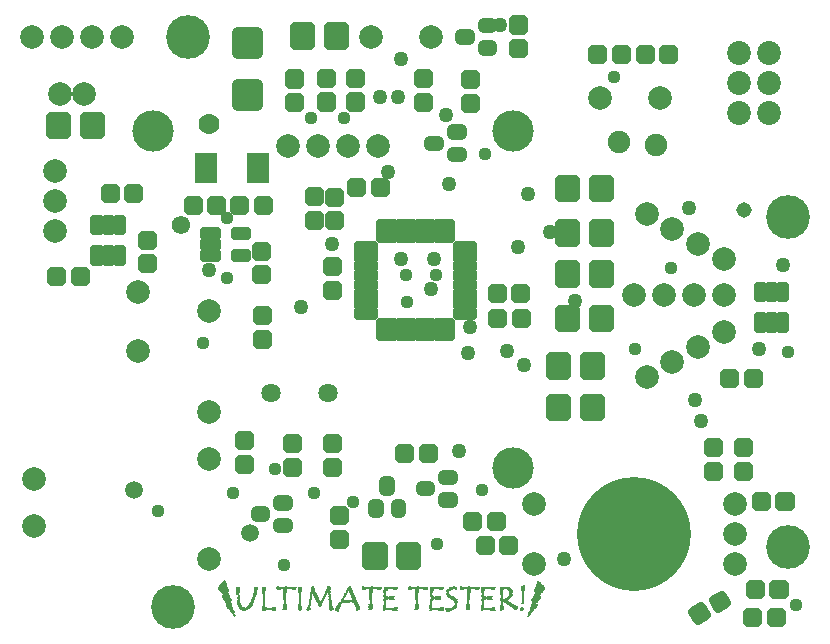
<source format=gbr>
G04 EAGLE Gerber RS-274X export*
G75*
%MOMM*%
%FSLAX34Y34*%
%LPD*%
%INSoldermask Top*%
%IPPOS*%
%AMOC8*
5,1,8,0,0,1.08239X$1,22.5*%
G01*
%ADD10C,3.700000*%
%ADD11R,0.076200X0.025400*%
%ADD12R,0.127000X0.025400*%
%ADD13R,0.152400X0.025400*%
%ADD14R,0.177800X0.025400*%
%ADD15R,0.203200X0.025400*%
%ADD16R,0.228600X0.025400*%
%ADD17R,0.254000X0.025400*%
%ADD18R,0.279400X0.025400*%
%ADD19R,0.304800X0.025400*%
%ADD20R,0.330200X0.025400*%
%ADD21R,0.355600X0.025400*%
%ADD22R,0.101600X0.025400*%
%ADD23R,0.508000X0.025400*%
%ADD24R,0.457200X0.025400*%
%ADD25R,0.584200X0.025400*%
%ADD26R,0.533400X0.025400*%
%ADD27R,1.168400X0.025400*%
%ADD28R,1.193800X0.025400*%
%ADD29R,0.635000X0.025400*%
%ADD30R,0.381000X0.025400*%
%ADD31R,0.609600X0.025400*%
%ADD32R,0.685800X0.025400*%
%ADD33R,0.736600X0.025400*%
%ADD34R,0.406400X0.025400*%
%ADD35R,0.762000X0.025400*%
%ADD36R,0.787400X0.025400*%
%ADD37R,0.482600X0.025400*%
%ADD38R,0.838200X0.025400*%
%ADD39R,1.143000X0.025400*%
%ADD40R,0.431800X0.025400*%
%ADD41R,0.812800X0.025400*%
%ADD42R,1.422400X0.025400*%
%ADD43R,1.371600X0.025400*%
%ADD44R,0.558800X0.025400*%
%ADD45R,1.346200X0.025400*%
%ADD46R,0.660400X0.025400*%
%ADD47R,0.914400X0.025400*%
%ADD48R,0.711200X0.025400*%
%ADD49R,1.676400X0.025400*%
%ADD50R,0.889000X0.025400*%
%ADD51R,0.863600X0.025400*%
%ADD52R,1.651000X0.025400*%
%ADD53C,1.638000*%
%ADD54C,0.832000*%
%ADD55C,0.819000*%
%ADD56C,2.024000*%
%ADD57C,2.008000*%
%ADD58C,0.910000*%
%ADD59C,3.500000*%
%ADD60C,1.500000*%
%ADD61C,1.025700*%
%ADD62C,0.640500*%
%ADD63C,0.649000*%
%ADD64C,1.908000*%
%ADD65R,1.900000X2.600000*%
%ADD66C,9.644000*%
%ADD67C,1.775000*%
%ADD68C,1.256400*%
%ADD69C,1.109600*%
%ADD70C,1.506400*%
%ADD71C,1.306400*%
%ADD72C,1.556400*%


D10*
X139700Y25400D03*
X660400Y76200D03*
X660400Y355600D03*
X152400Y508000D03*
D11*
X440182Y16764D03*
X191516Y17018D03*
D12*
X440182Y17018D03*
X191516Y17272D03*
D13*
X440309Y17272D03*
X191389Y17526D03*
D14*
X440436Y17526D03*
X191262Y17780D03*
D13*
X440563Y17780D03*
X191135Y18034D03*
D14*
X440690Y18034D03*
X191008Y18288D03*
D15*
X440817Y18288D03*
X190881Y18542D03*
X441071Y18542D03*
X190627Y18796D03*
D16*
X441198Y18796D03*
X190500Y19050D03*
X441198Y19050D03*
X190500Y19304D03*
X441452Y19304D03*
X190246Y19558D03*
D17*
X441579Y19558D03*
X190119Y19812D03*
X441833Y19812D03*
X189865Y20066D03*
D18*
X441960Y20066D03*
X189738Y20320D03*
X441960Y20320D03*
X189738Y20574D03*
X442214Y20574D03*
X189484Y20828D03*
D19*
X442341Y20828D03*
X189357Y21082D03*
D20*
X442468Y21082D03*
X189230Y21336D03*
D12*
X278892Y21336D03*
D18*
X372110Y21336D03*
D20*
X442722Y21336D03*
X188976Y21590D03*
D17*
X278511Y21590D03*
D21*
X372237Y21590D03*
D12*
X434848Y21590D03*
D21*
X442849Y21590D03*
X188849Y21844D03*
D22*
X215265Y21844D03*
X217043Y21844D03*
D14*
X225298Y21844D03*
D20*
X278130Y21844D03*
D12*
X318008Y21844D03*
D20*
X327406Y21844D03*
D12*
X357124Y21844D03*
D20*
X366522Y21844D03*
D23*
X372745Y21844D03*
D12*
X400812Y21844D03*
D20*
X410210Y21844D03*
D16*
X434848Y21844D03*
D21*
X442849Y21844D03*
X188849Y22098D03*
D19*
X199009Y22098D03*
X216281Y22098D03*
D18*
X225044Y22098D03*
D13*
X247015Y22098D03*
X253873Y22098D03*
X272923Y22098D03*
D21*
X278257Y22098D03*
D12*
X295148Y22098D03*
D14*
X318262Y22098D03*
D24*
X327025Y22098D03*
D14*
X357378Y22098D03*
D24*
X366141Y22098D03*
D25*
X373126Y22098D03*
D14*
X401066Y22098D03*
D24*
X409829Y22098D03*
D14*
X417068Y22098D03*
D17*
X434721Y22098D03*
D21*
X443103Y22098D03*
X188595Y22352D03*
D26*
X199644Y22352D03*
D27*
X220599Y22352D03*
D22*
X232791Y22352D03*
X234061Y22352D03*
D19*
X246761Y22352D03*
D16*
X254000Y22352D03*
X273304Y22352D03*
D21*
X278257Y22352D03*
D15*
X295529Y22352D03*
D22*
X305181Y22352D03*
X306451Y22352D03*
D28*
X323342Y22352D03*
D22*
X344297Y22352D03*
X345567Y22352D03*
D28*
X362458Y22352D03*
D29*
X373380Y22352D03*
D22*
X387985Y22352D03*
X389255Y22352D03*
D28*
X406146Y22352D03*
D17*
X417449Y22352D03*
D13*
X429387Y22352D03*
D18*
X434848Y22352D03*
D30*
X443230Y22352D03*
X188468Y22606D03*
D31*
X199517Y22606D03*
D27*
X220599Y22606D03*
D18*
X233680Y22606D03*
D20*
X246634Y22606D03*
D18*
X254000Y22606D03*
D17*
X273431Y22606D03*
D30*
X278384Y22606D03*
D18*
X295910Y22606D03*
X306070Y22606D03*
D28*
X323342Y22606D03*
D18*
X345186Y22606D03*
D28*
X362458Y22606D03*
D32*
X373634Y22606D03*
D18*
X388874Y22606D03*
D28*
X406146Y22606D03*
D19*
X417449Y22606D03*
D15*
X429387Y22606D03*
D18*
X434848Y22606D03*
D30*
X443484Y22606D03*
X188214Y22860D03*
D32*
X199644Y22860D03*
D27*
X220599Y22860D03*
D20*
X233934Y22860D03*
X246634Y22860D03*
D19*
X254127Y22860D03*
X273685Y22860D03*
D30*
X278384Y22860D03*
D19*
X296037Y22860D03*
D20*
X306324Y22860D03*
D28*
X323342Y22860D03*
D20*
X345440Y22860D03*
D28*
X362458Y22860D03*
D33*
X373888Y22860D03*
D20*
X389128Y22860D03*
D28*
X406146Y22860D03*
D19*
X417449Y22860D03*
D16*
X429260Y22860D03*
D19*
X434975Y22860D03*
D34*
X443611Y22860D03*
X188087Y23114D03*
D33*
X199644Y23114D03*
D27*
X220599Y23114D03*
D20*
X234188Y23114D03*
X246634Y23114D03*
D19*
X254127Y23114D03*
X273685Y23114D03*
D21*
X278511Y23114D03*
D19*
X296037Y23114D03*
D20*
X306578Y23114D03*
D28*
X323342Y23114D03*
D20*
X345694Y23114D03*
D28*
X362458Y23114D03*
D35*
X374015Y23114D03*
D20*
X389382Y23114D03*
D28*
X406146Y23114D03*
D19*
X417449Y23114D03*
D17*
X429387Y23114D03*
D19*
X434975Y23114D03*
D34*
X443611Y23114D03*
X188087Y23368D03*
D36*
X199644Y23368D03*
D27*
X220599Y23368D03*
D20*
X234188Y23368D03*
X246634Y23368D03*
D18*
X254254Y23368D03*
D20*
X273558Y23368D03*
X278638Y23368D03*
D19*
X296037Y23368D03*
D20*
X306578Y23368D03*
D27*
X323469Y23368D03*
D20*
X345694Y23368D03*
D27*
X362585Y23368D03*
D15*
X371221Y23368D03*
D37*
X375920Y23368D03*
D20*
X389382Y23368D03*
D27*
X406273Y23368D03*
D19*
X417449Y23368D03*
X429387Y23368D03*
X434975Y23368D03*
D34*
X443865Y23368D03*
X187833Y23622D03*
D38*
X199644Y23622D03*
D39*
X220726Y23622D03*
D20*
X234188Y23622D03*
X246634Y23622D03*
D18*
X254254Y23622D03*
D20*
X273558Y23622D03*
D19*
X278765Y23622D03*
X296037Y23622D03*
D20*
X306578Y23622D03*
D27*
X323469Y23622D03*
D20*
X345694Y23622D03*
D27*
X362585Y23622D03*
D13*
X370967Y23622D03*
D34*
X376555Y23622D03*
D20*
X389382Y23622D03*
D27*
X406273Y23622D03*
D19*
X417449Y23622D03*
D20*
X429260Y23622D03*
D19*
X434975Y23622D03*
D40*
X443992Y23622D03*
X187706Y23876D03*
D24*
X197485Y23876D03*
D30*
X202438Y23876D03*
D37*
X217424Y23876D03*
D34*
X224409Y23876D03*
D20*
X234188Y23876D03*
D19*
X246761Y23876D03*
D17*
X254381Y23876D03*
D19*
X273431Y23876D03*
X279019Y23876D03*
X296037Y23876D03*
D20*
X306578Y23876D03*
D18*
X319024Y23876D03*
D29*
X326136Y23876D03*
D20*
X345694Y23876D03*
D18*
X358140Y23876D03*
D29*
X365252Y23876D03*
D21*
X377063Y23876D03*
D20*
X389382Y23876D03*
D18*
X401828Y23876D03*
D29*
X408940Y23876D03*
D19*
X417449Y23876D03*
D21*
X429133Y23876D03*
D18*
X435102Y23876D03*
D24*
X444119Y23876D03*
X187579Y24130D03*
D40*
X197358Y24130D03*
D20*
X202946Y24130D03*
D21*
X216789Y24130D03*
D19*
X224663Y24130D03*
D20*
X234188Y24130D03*
D18*
X246634Y24130D03*
D17*
X254381Y24130D03*
D19*
X273431Y24130D03*
X279019Y24130D03*
D20*
X295910Y24130D03*
X306578Y24130D03*
D17*
X318897Y24130D03*
X328041Y24130D03*
D20*
X345694Y24130D03*
D17*
X358013Y24130D03*
X367157Y24130D03*
D20*
X377444Y24130D03*
X389382Y24130D03*
D17*
X401701Y24130D03*
X410845Y24130D03*
D18*
X417576Y24130D03*
D30*
X429006Y24130D03*
D16*
X434848Y24130D03*
D24*
X444373Y24130D03*
X187325Y24384D03*
D21*
X196723Y24384D03*
D19*
X203327Y24384D03*
D17*
X216281Y24384D03*
D19*
X234061Y24384D03*
D18*
X246634Y24384D03*
D17*
X254381Y24384D03*
D18*
X273304Y24384D03*
D19*
X279273Y24384D03*
X295783Y24384D03*
X306451Y24384D03*
D17*
X318897Y24384D03*
D12*
X328676Y24384D03*
D19*
X345567Y24384D03*
D17*
X358013Y24384D03*
D12*
X367792Y24384D03*
D19*
X377825Y24384D03*
X389255Y24384D03*
D17*
X401701Y24384D03*
D12*
X411480Y24384D03*
D18*
X417576Y24384D03*
D34*
X428879Y24384D03*
D13*
X434975Y24384D03*
D24*
X444373Y24384D03*
X187325Y24638D03*
D20*
X196596Y24638D03*
D18*
X203708Y24638D03*
D17*
X216281Y24638D03*
D19*
X234061Y24638D03*
D18*
X246634Y24638D03*
D16*
X254508Y24638D03*
D18*
X273304Y24638D03*
X279400Y24638D03*
D19*
X295783Y24638D03*
X306451Y24638D03*
D17*
X318897Y24638D03*
D19*
X345567Y24638D03*
D17*
X358013Y24638D03*
D19*
X378079Y24638D03*
X389255Y24638D03*
D17*
X401701Y24638D03*
D18*
X417576Y24638D03*
D40*
X428752Y24638D03*
D24*
X444627Y24638D03*
X187071Y24892D03*
D20*
X196342Y24892D03*
D18*
X203962Y24892D03*
D17*
X216281Y24892D03*
D19*
X234061Y24892D03*
D18*
X246634Y24892D03*
D16*
X254508Y24892D03*
D18*
X273304Y24892D03*
X279400Y24892D03*
D19*
X295529Y24892D03*
X306451Y24892D03*
D17*
X318897Y24892D03*
D19*
X345567Y24892D03*
D17*
X358013Y24892D03*
D18*
X378206Y24892D03*
D19*
X389255Y24892D03*
D17*
X401701Y24892D03*
D18*
X417576Y24892D03*
D37*
X428498Y24892D03*
X444754Y24892D03*
X186944Y25146D03*
D19*
X196215Y25146D03*
D18*
X204216Y25146D03*
D16*
X216154Y25146D03*
D18*
X234188Y25146D03*
D17*
X246507Y25146D03*
D16*
X254508Y25146D03*
D12*
X263906Y25146D03*
D18*
X273304Y25146D03*
X279654Y25146D03*
D19*
X295529Y25146D03*
D18*
X306578Y25146D03*
D17*
X318897Y25146D03*
D18*
X345694Y25146D03*
D17*
X358013Y25146D03*
D18*
X378460Y25146D03*
X389382Y25146D03*
D17*
X401701Y25146D03*
D18*
X417576Y25146D03*
D40*
X427990Y25146D03*
D23*
X444881Y25146D03*
X186817Y25400D03*
D18*
X196088Y25400D03*
D17*
X204343Y25400D03*
D16*
X216154Y25400D03*
D18*
X234188Y25400D03*
D17*
X246507Y25400D03*
D15*
X254635Y25400D03*
D14*
X263652Y25400D03*
D18*
X273304Y25400D03*
D17*
X279781Y25400D03*
D18*
X295402Y25400D03*
X306578Y25400D03*
D17*
X318897Y25400D03*
D18*
X345694Y25400D03*
D17*
X358013Y25400D03*
X378587Y25400D03*
D18*
X389382Y25400D03*
D17*
X401701Y25400D03*
X417703Y25400D03*
D40*
X427482Y25400D03*
D23*
X445135Y25400D03*
X186563Y25654D03*
D19*
X195961Y25654D03*
D17*
X204597Y25654D03*
D16*
X216154Y25654D03*
D18*
X234188Y25654D03*
D17*
X246507Y25654D03*
D15*
X254635Y25654D03*
D16*
X263652Y25654D03*
D17*
X273177Y25654D03*
X280035Y25654D03*
D19*
X295275Y25654D03*
D18*
X306578Y25654D03*
D17*
X318897Y25654D03*
D18*
X345694Y25654D03*
D17*
X358013Y25654D03*
D16*
X378714Y25654D03*
D18*
X389382Y25654D03*
D17*
X401701Y25654D03*
X417703Y25654D03*
D40*
X427228Y25654D03*
D23*
X445135Y25654D03*
X186563Y25908D03*
D18*
X195834Y25908D03*
D17*
X204851Y25908D03*
D15*
X216281Y25908D03*
D18*
X234188Y25908D03*
D17*
X246507Y25908D03*
D16*
X254762Y25908D03*
D17*
X263525Y25908D03*
X273177Y25908D03*
X280035Y25908D03*
D18*
X295148Y25908D03*
X306578Y25908D03*
D16*
X319024Y25908D03*
D18*
X345694Y25908D03*
D16*
X358140Y25908D03*
D17*
X378841Y25908D03*
D18*
X389382Y25908D03*
D16*
X401828Y25908D03*
D17*
X417703Y25908D03*
D40*
X426720Y25908D03*
D26*
X445262Y25908D03*
X186436Y26162D03*
D18*
X195834Y26162D03*
X204978Y26162D03*
D15*
X216281Y26162D03*
D18*
X234188Y26162D03*
D17*
X246507Y26162D03*
D16*
X254762Y26162D03*
D18*
X263652Y26162D03*
D17*
X273177Y26162D03*
X280289Y26162D03*
D18*
X295148Y26162D03*
X306578Y26162D03*
D16*
X319024Y26162D03*
D18*
X345694Y26162D03*
D16*
X358140Y26162D03*
X378968Y26162D03*
D18*
X389382Y26162D03*
D16*
X401828Y26162D03*
D17*
X417703Y26162D03*
D40*
X426212Y26162D03*
D23*
X445389Y26162D03*
X186309Y26416D03*
D18*
X195834Y26416D03*
X205232Y26416D03*
D15*
X216281Y26416D03*
D18*
X234188Y26416D03*
D17*
X246507Y26416D03*
D15*
X254889Y26416D03*
D19*
X263779Y26416D03*
D17*
X273177Y26416D03*
D16*
X280416Y26416D03*
D18*
X294894Y26416D03*
X306578Y26416D03*
D16*
X319024Y26416D03*
D18*
X345694Y26416D03*
D16*
X358140Y26416D03*
X378968Y26416D03*
D18*
X389382Y26416D03*
D16*
X401828Y26416D03*
X417576Y26416D03*
D40*
X425958Y26416D03*
D23*
X445389Y26416D03*
X186309Y26670D03*
D17*
X195707Y26670D03*
D18*
X205232Y26670D03*
D15*
X216281Y26670D03*
D18*
X234188Y26670D03*
D17*
X246507Y26670D03*
D15*
X254889Y26670D03*
D21*
X263779Y26670D03*
D17*
X273177Y26670D03*
X280543Y26670D03*
D18*
X294894Y26670D03*
X306578Y26670D03*
D16*
X319024Y26670D03*
D18*
X345694Y26670D03*
D16*
X358140Y26670D03*
X379222Y26670D03*
D18*
X389382Y26670D03*
D16*
X401828Y26670D03*
X417576Y26670D03*
D40*
X425450Y26670D03*
D23*
X445389Y26670D03*
X186309Y26924D03*
D18*
X195580Y26924D03*
X205486Y26924D03*
D15*
X216281Y26924D03*
D17*
X234061Y26924D03*
X246507Y26924D03*
D15*
X254889Y26924D03*
D30*
X263652Y26924D03*
D17*
X273177Y26924D03*
D16*
X280670Y26924D03*
D18*
X294640Y26924D03*
D17*
X306451Y26924D03*
D16*
X319024Y26924D03*
D17*
X345567Y26924D03*
D16*
X358140Y26924D03*
X379222Y26924D03*
D17*
X389255Y26924D03*
D16*
X401828Y26924D03*
X417576Y26924D03*
D40*
X425196Y26924D03*
D24*
X445389Y26924D03*
X186309Y27178D03*
D18*
X195580Y27178D03*
D17*
X205613Y27178D03*
D16*
X216408Y27178D03*
D17*
X234061Y27178D03*
D16*
X246634Y27178D03*
D15*
X254889Y27178D03*
D30*
X263652Y27178D03*
D17*
X272923Y27178D03*
X280797Y27178D03*
D18*
X294640Y27178D03*
D17*
X306451Y27178D03*
D16*
X319024Y27178D03*
D17*
X345567Y27178D03*
D16*
X358140Y27178D03*
X379222Y27178D03*
D17*
X389255Y27178D03*
D16*
X401828Y27178D03*
X417576Y27178D03*
D40*
X424688Y27178D03*
X445262Y27178D03*
X186436Y27432D03*
D18*
X195580Y27432D03*
X205740Y27432D03*
D16*
X216408Y27432D03*
X234188Y27432D03*
X246634Y27432D03*
D14*
X255016Y27432D03*
D34*
X263525Y27432D03*
D17*
X272923Y27432D03*
D16*
X280924Y27432D03*
D19*
X294513Y27432D03*
D16*
X306578Y27432D03*
X319024Y27432D03*
X345694Y27432D03*
X358140Y27432D03*
X379222Y27432D03*
X389382Y27432D03*
X401828Y27432D03*
X417576Y27432D03*
D34*
X424307Y27432D03*
D12*
X435102Y27432D03*
D30*
X445262Y27432D03*
X186436Y27686D03*
D17*
X195453Y27686D03*
X205867Y27686D03*
D16*
X216408Y27686D03*
X234188Y27686D03*
X246634Y27686D03*
D14*
X255016Y27686D03*
D34*
X263525Y27686D03*
D17*
X272923Y27686D03*
X281051Y27686D03*
D18*
X294386Y27686D03*
D16*
X306578Y27686D03*
X319024Y27686D03*
X345694Y27686D03*
X358140Y27686D03*
X379222Y27686D03*
X389382Y27686D03*
X401828Y27686D03*
X417576Y27686D03*
D40*
X423926Y27686D03*
D14*
X435102Y27686D03*
D30*
X445262Y27686D03*
X186436Y27940D03*
D17*
X195453Y27940D03*
X205867Y27940D03*
D16*
X216408Y27940D03*
X234188Y27940D03*
X246634Y27940D03*
D14*
X255016Y27940D03*
D34*
X263525Y27940D03*
D17*
X272923Y27940D03*
D16*
X281178Y27940D03*
D19*
X294259Y27940D03*
D16*
X306578Y27940D03*
X319024Y27940D03*
X345694Y27940D03*
X358140Y27940D03*
X379222Y27940D03*
X389382Y27940D03*
X401828Y27940D03*
X417576Y27940D03*
D40*
X423418Y27940D03*
D15*
X435229Y27940D03*
D30*
X445262Y27940D03*
X186436Y28194D03*
D17*
X195453Y28194D03*
X206121Y28194D03*
D16*
X216408Y28194D03*
X234188Y28194D03*
X246634Y28194D03*
D15*
X255143Y28194D03*
D40*
X263652Y28194D03*
D17*
X272923Y28194D03*
X281559Y28194D03*
D18*
X294132Y28194D03*
D16*
X306578Y28194D03*
X319024Y28194D03*
X345694Y28194D03*
X358140Y28194D03*
D17*
X379095Y28194D03*
D16*
X389382Y28194D03*
X401828Y28194D03*
X417576Y28194D03*
D40*
X423164Y28194D03*
D15*
X435229Y28194D03*
D30*
X445516Y28194D03*
X186182Y28448D03*
D17*
X195453Y28448D03*
X206121Y28448D03*
D16*
X216408Y28448D03*
X234188Y28448D03*
X246634Y28448D03*
D15*
X255143Y28448D03*
D24*
X263525Y28448D03*
D17*
X272923Y28448D03*
D19*
X281813Y28448D03*
X294005Y28448D03*
D16*
X306578Y28448D03*
X319024Y28448D03*
X345694Y28448D03*
X358140Y28448D03*
D17*
X379095Y28448D03*
D16*
X389382Y28448D03*
X401828Y28448D03*
X417576Y28448D03*
D40*
X422910Y28448D03*
D15*
X435229Y28448D03*
D34*
X445643Y28448D03*
X186055Y28702D03*
D17*
X195199Y28702D03*
X206375Y28702D03*
D16*
X216408Y28702D03*
X234188Y28702D03*
X246634Y28702D03*
D14*
X255270Y28702D03*
D37*
X263652Y28702D03*
D16*
X272796Y28702D03*
D30*
X282448Y28702D03*
D18*
X293878Y28702D03*
D16*
X306578Y28702D03*
X319024Y28702D03*
X345694Y28702D03*
X358140Y28702D03*
D17*
X379095Y28702D03*
D16*
X389382Y28702D03*
X401828Y28702D03*
X417576Y28702D03*
D40*
X422402Y28702D03*
D15*
X435229Y28702D03*
D40*
X445770Y28702D03*
X185928Y28956D03*
D17*
X195199Y28956D03*
X206629Y28956D03*
D16*
X216408Y28956D03*
X234188Y28956D03*
X246634Y28956D03*
D14*
X255270Y28956D03*
D23*
X263525Y28956D03*
D16*
X272796Y28956D03*
D41*
X284861Y28956D03*
D24*
X292989Y28956D03*
D16*
X306578Y28956D03*
X319024Y28956D03*
X345694Y28956D03*
X358140Y28956D03*
D18*
X378968Y28956D03*
D16*
X389382Y28956D03*
X401828Y28956D03*
X417576Y28956D03*
D34*
X422021Y28956D03*
D16*
X435356Y28956D03*
D34*
X445897Y28956D03*
X185801Y29210D03*
D17*
X195199Y29210D03*
X206629Y29210D03*
D16*
X216408Y29210D03*
X234188Y29210D03*
X246634Y29210D03*
D14*
X255270Y29210D03*
D19*
X262509Y29210D03*
D15*
X265303Y29210D03*
D17*
X272669Y29210D03*
D42*
X287909Y29210D03*
D16*
X306578Y29210D03*
X319024Y29210D03*
X345694Y29210D03*
X358140Y29210D03*
D18*
X378968Y29210D03*
D16*
X389382Y29210D03*
X401828Y29210D03*
X417576Y29210D03*
D40*
X421640Y29210D03*
D15*
X435483Y29210D03*
D24*
X445897Y29210D03*
X185801Y29464D03*
D17*
X195199Y29464D03*
X206883Y29464D03*
D16*
X216408Y29464D03*
X234188Y29464D03*
X246634Y29464D03*
D14*
X255270Y29464D03*
D19*
X262255Y29464D03*
D14*
X265430Y29464D03*
D17*
X272669Y29464D03*
D42*
X287909Y29464D03*
D16*
X306578Y29464D03*
X319024Y29464D03*
X345694Y29464D03*
X358140Y29464D03*
D19*
X378841Y29464D03*
D16*
X389382Y29464D03*
X401828Y29464D03*
X417576Y29464D03*
D34*
X421259Y29464D03*
D15*
X435483Y29464D03*
D23*
X445897Y29464D03*
X185801Y29718D03*
D17*
X195199Y29718D03*
X206883Y29718D03*
D16*
X216408Y29718D03*
X234188Y29718D03*
X246634Y29718D03*
D15*
X255397Y29718D03*
D18*
X262128Y29718D03*
D15*
X265557Y29718D03*
D17*
X272669Y29718D03*
D43*
X287909Y29718D03*
D16*
X306578Y29718D03*
X319024Y29718D03*
X345694Y29718D03*
X358140Y29718D03*
D19*
X378587Y29718D03*
D16*
X389382Y29718D03*
X401828Y29718D03*
X417576Y29718D03*
D34*
X421005Y29718D03*
D15*
X435483Y29718D03*
D44*
X445897Y29718D03*
X185801Y29972D03*
D17*
X195199Y29972D03*
X207137Y29972D03*
D16*
X216408Y29972D03*
X234188Y29972D03*
X246634Y29972D03*
D14*
X255524Y29972D03*
D19*
X262001Y29972D03*
D14*
X265684Y29972D03*
D17*
X272669Y29972D03*
D43*
X287909Y29972D03*
D16*
X306578Y29972D03*
X319024Y29972D03*
X345694Y29972D03*
X358140Y29972D03*
D20*
X378460Y29972D03*
D16*
X389382Y29972D03*
X401828Y29972D03*
D29*
X419608Y29972D03*
D15*
X435483Y29972D03*
D31*
X445897Y29972D03*
X185801Y30226D03*
D16*
X195072Y30226D03*
D17*
X207137Y30226D03*
D16*
X216408Y30226D03*
X234188Y30226D03*
X246634Y30226D03*
D14*
X255524Y30226D03*
D18*
X261874Y30226D03*
D14*
X265938Y30226D03*
D16*
X272542Y30226D03*
D45*
X288036Y30226D03*
D16*
X306578Y30226D03*
D17*
X319151Y30226D03*
D16*
X345694Y30226D03*
D17*
X358267Y30226D03*
D21*
X378333Y30226D03*
D16*
X389382Y30226D03*
D17*
X401955Y30226D03*
D25*
X419354Y30226D03*
D14*
X435610Y30226D03*
D31*
X445897Y30226D03*
X185801Y30480D03*
D16*
X195072Y30480D03*
X207264Y30480D03*
X216408Y30480D03*
X234188Y30480D03*
X246634Y30480D03*
D14*
X255524Y30480D03*
D19*
X261747Y30480D03*
D14*
X265938Y30480D03*
D16*
X272542Y30480D03*
D34*
X283337Y30480D03*
D41*
X290449Y30480D03*
D16*
X306578Y30480D03*
D17*
X319151Y30480D03*
D16*
X345694Y30480D03*
D17*
X358267Y30480D03*
D21*
X378079Y30480D03*
D16*
X389382Y30480D03*
D17*
X401955Y30480D03*
D44*
X419227Y30480D03*
D14*
X435610Y30480D03*
D29*
X446024Y30480D03*
X185674Y30734D03*
D16*
X195072Y30734D03*
D17*
X207391Y30734D03*
D16*
X216408Y30734D03*
X234188Y30734D03*
X246634Y30734D03*
D15*
X255651Y30734D03*
D18*
X261620Y30734D03*
D14*
X266192Y30734D03*
D16*
X272542Y30734D03*
D17*
X282829Y30734D03*
D30*
X292608Y30734D03*
D16*
X306578Y30734D03*
D17*
X319151Y30734D03*
D16*
X345694Y30734D03*
D17*
X358267Y30734D03*
D40*
X377698Y30734D03*
D16*
X389382Y30734D03*
D17*
X401955Y30734D03*
D44*
X419227Y30734D03*
D14*
X435610Y30734D03*
D46*
X446151Y30734D03*
X185547Y30988D03*
D16*
X195072Y30988D03*
X207518Y30988D03*
X216408Y30988D03*
X234188Y30988D03*
X246634Y30988D03*
D15*
X255651Y30988D03*
D18*
X261620Y30988D03*
D14*
X266192Y30988D03*
D17*
X272415Y30988D03*
X282829Y30988D03*
D18*
X292862Y30988D03*
D16*
X306578Y30988D03*
D17*
X319151Y30988D03*
D16*
X345694Y30988D03*
D17*
X358267Y30988D03*
D34*
X377571Y30988D03*
D16*
X389382Y30988D03*
D17*
X401955Y30988D03*
D31*
X419481Y30988D03*
D14*
X435610Y30988D03*
D46*
X446405Y30988D03*
X185293Y31242D03*
D16*
X195072Y31242D03*
X207518Y31242D03*
X216408Y31242D03*
D17*
X234315Y31242D03*
D16*
X246634Y31242D03*
D15*
X255651Y31242D03*
D18*
X261366Y31242D03*
D15*
X266319Y31242D03*
D17*
X272415Y31242D03*
D16*
X282956Y31242D03*
D19*
X292735Y31242D03*
D17*
X306705Y31242D03*
D18*
X319278Y31242D03*
D15*
X325755Y31242D03*
D17*
X345821Y31242D03*
D18*
X358394Y31242D03*
D15*
X364871Y31242D03*
D34*
X377317Y31242D03*
D17*
X389509Y31242D03*
D18*
X402082Y31242D03*
D15*
X408559Y31242D03*
D46*
X419735Y31242D03*
D14*
X435610Y31242D03*
D32*
X446532Y31242D03*
X185166Y31496D03*
D16*
X195072Y31496D03*
D17*
X207645Y31496D03*
D16*
X216408Y31496D03*
D17*
X234315Y31496D03*
D16*
X246634Y31496D03*
D14*
X255778Y31496D03*
D18*
X261366Y31496D03*
D14*
X266446Y31496D03*
D17*
X272415Y31496D03*
D16*
X283210Y31496D03*
D18*
X292608Y31496D03*
D17*
X306705Y31496D03*
D19*
X319405Y31496D03*
D24*
X324739Y31496D03*
D17*
X345821Y31496D03*
D19*
X358521Y31496D03*
D24*
X363855Y31496D03*
X377063Y31496D03*
D17*
X389509Y31496D03*
D19*
X402209Y31496D03*
D24*
X407543Y31496D03*
D17*
X417703Y31496D03*
D40*
X421386Y31496D03*
D14*
X435610Y31496D03*
D46*
X446659Y31496D03*
X185039Y31750D03*
D17*
X194945Y31750D03*
D16*
X207772Y31750D03*
X216408Y31750D03*
D17*
X234315Y31750D03*
D16*
X246634Y31750D03*
D14*
X255778Y31750D03*
D18*
X261112Y31750D03*
D15*
X266573Y31750D03*
D16*
X272288Y31750D03*
X283210Y31750D03*
D18*
X292608Y31750D03*
D17*
X306705Y31750D03*
D47*
X322453Y31750D03*
D17*
X345821Y31750D03*
D47*
X361569Y31750D03*
D37*
X376682Y31750D03*
D17*
X389509Y31750D03*
D47*
X405257Y31750D03*
D17*
X417703Y31750D03*
D34*
X422021Y31750D03*
D14*
X435610Y31750D03*
D32*
X446786Y31750D03*
X184912Y32004D03*
D17*
X194945Y32004D03*
D16*
X207772Y32004D03*
X216408Y32004D03*
D17*
X234315Y32004D03*
D16*
X246634Y32004D03*
D15*
X255905Y32004D03*
D18*
X261112Y32004D03*
D14*
X266700Y32004D03*
D16*
X272288Y32004D03*
X283464Y32004D03*
D18*
X292354Y32004D03*
D17*
X306705Y32004D03*
D47*
X322453Y32004D03*
D17*
X345821Y32004D03*
D47*
X361569Y32004D03*
D23*
X376301Y32004D03*
D17*
X389509Y32004D03*
D47*
X405257Y32004D03*
D17*
X417703Y32004D03*
D21*
X422529Y32004D03*
D14*
X435610Y32004D03*
D32*
X447040Y32004D03*
X184658Y32258D03*
D17*
X194945Y32258D03*
X207899Y32258D03*
D16*
X216408Y32258D03*
D17*
X234315Y32258D03*
D16*
X246634Y32258D03*
D15*
X255905Y32258D03*
D18*
X260858Y32258D03*
D15*
X266827Y32258D03*
D16*
X272288Y32258D03*
X283464Y32258D03*
D18*
X292354Y32258D03*
D17*
X306705Y32258D03*
D47*
X322453Y32258D03*
D17*
X345821Y32258D03*
D47*
X361569Y32258D03*
D23*
X376047Y32258D03*
D17*
X389509Y32258D03*
D47*
X405257Y32258D03*
D16*
X417576Y32258D03*
D21*
X423037Y32258D03*
D14*
X435610Y32258D03*
D48*
X447167Y32258D03*
X184531Y32512D03*
D17*
X194945Y32512D03*
D16*
X208026Y32512D03*
X216408Y32512D03*
D17*
X234315Y32512D03*
D16*
X246634Y32512D03*
D15*
X255905Y32512D03*
D18*
X260858Y32512D03*
D14*
X266954Y32512D03*
D16*
X272288Y32512D03*
X283718Y32512D03*
D18*
X292354Y32512D03*
D17*
X306705Y32512D03*
D47*
X322453Y32512D03*
D17*
X345821Y32512D03*
D47*
X361569Y32512D03*
D26*
X375666Y32512D03*
D17*
X389509Y32512D03*
D47*
X405257Y32512D03*
D16*
X417576Y32512D03*
D20*
X423418Y32512D03*
D14*
X435610Y32512D03*
D48*
X447421Y32512D03*
X184277Y32766D03*
D17*
X194945Y32766D03*
D16*
X208026Y32766D03*
X216408Y32766D03*
D17*
X234315Y32766D03*
D16*
X246634Y32766D03*
D15*
X255905Y32766D03*
D17*
X260731Y32766D03*
D15*
X267081Y32766D03*
D16*
X272288Y32766D03*
X283972Y32766D03*
D18*
X292100Y32766D03*
D17*
X306705Y32766D03*
D47*
X322453Y32766D03*
D17*
X345821Y32766D03*
D47*
X361569Y32766D03*
D26*
X375412Y32766D03*
D17*
X389509Y32766D03*
D47*
X405257Y32766D03*
D16*
X417576Y32766D03*
D19*
X423799Y32766D03*
D14*
X435610Y32766D03*
D48*
X447421Y32766D03*
X184277Y33020D03*
D16*
X194818Y33020D03*
D17*
X208153Y33020D03*
D16*
X216408Y33020D03*
D17*
X234315Y33020D03*
D16*
X246634Y33020D03*
D15*
X255905Y33020D03*
D18*
X260604Y33020D03*
D14*
X267208Y33020D03*
D16*
X272288Y33020D03*
X283972Y33020D03*
D18*
X292100Y33020D03*
D17*
X306705Y33020D03*
D47*
X322453Y33020D03*
D17*
X345821Y33020D03*
D47*
X361569Y33020D03*
D26*
X374904Y33020D03*
D17*
X389509Y33020D03*
D47*
X405257Y33020D03*
D16*
X417576Y33020D03*
D19*
X424053Y33020D03*
D14*
X435610Y33020D03*
D48*
X447675Y33020D03*
X184023Y33274D03*
D16*
X194818Y33274D03*
X208280Y33274D03*
X216408Y33274D03*
D17*
X234315Y33274D03*
D16*
X246634Y33274D03*
D15*
X256159Y33274D03*
D17*
X260477Y33274D03*
D15*
X267335Y33274D03*
D17*
X272161Y33274D03*
D16*
X284226Y33274D03*
D18*
X291846Y33274D03*
D17*
X306705Y33274D03*
D30*
X319786Y33274D03*
D40*
X324866Y33274D03*
D17*
X345821Y33274D03*
D30*
X358902Y33274D03*
D40*
X363982Y33274D03*
D24*
X374269Y33274D03*
D17*
X389509Y33274D03*
D30*
X402590Y33274D03*
D40*
X407670Y33274D03*
D16*
X417576Y33274D03*
D18*
X424434Y33274D03*
D14*
X435610Y33274D03*
D48*
X447675Y33274D03*
X184023Y33528D03*
D16*
X194818Y33528D03*
X208280Y33528D03*
X216408Y33528D03*
D17*
X234315Y33528D03*
D16*
X246634Y33528D03*
D15*
X256159Y33528D03*
D18*
X260350Y33528D03*
D14*
X267462Y33528D03*
D16*
X272034Y33528D03*
X284226Y33528D03*
D18*
X291846Y33528D03*
D17*
X306705Y33528D03*
D18*
X319278Y33528D03*
D14*
X326136Y33528D03*
D17*
X345821Y33528D03*
D18*
X358394Y33528D03*
D14*
X365252Y33528D03*
D24*
X374015Y33528D03*
D17*
X389509Y33528D03*
D18*
X402082Y33528D03*
D14*
X408940Y33528D03*
D16*
X417576Y33528D03*
D18*
X424688Y33528D03*
D15*
X435737Y33528D03*
D46*
X447675Y33528D03*
X184023Y33782D03*
D16*
X194818Y33782D03*
D17*
X208407Y33782D03*
D16*
X216408Y33782D03*
D17*
X234315Y33782D03*
D16*
X246634Y33782D03*
D15*
X256159Y33782D03*
D17*
X260223Y33782D03*
D15*
X267589Y33782D03*
D16*
X272034Y33782D03*
X284480Y33782D03*
D17*
X291719Y33782D03*
X306705Y33782D03*
D18*
X319278Y33782D03*
D17*
X345821Y33782D03*
D18*
X358394Y33782D03*
D40*
X373634Y33782D03*
D17*
X389509Y33782D03*
D18*
X402082Y33782D03*
D16*
X417576Y33782D03*
D17*
X424815Y33782D03*
D15*
X435737Y33782D03*
D46*
X447675Y33782D03*
X184023Y34036D03*
D16*
X194818Y34036D03*
D17*
X208407Y34036D03*
D16*
X216408Y34036D03*
D17*
X234315Y34036D03*
D16*
X246634Y34036D03*
D15*
X256159Y34036D03*
D18*
X260096Y34036D03*
D14*
X267716Y34036D03*
D16*
X272034Y34036D03*
X284734Y34036D03*
D18*
X291592Y34036D03*
D17*
X306705Y34036D03*
X319151Y34036D03*
X345821Y34036D03*
X358267Y34036D03*
D30*
X373380Y34036D03*
D17*
X389509Y34036D03*
X401955Y34036D03*
D16*
X417576Y34036D03*
D18*
X424942Y34036D03*
D15*
X435737Y34036D03*
D31*
X447675Y34036D03*
X184023Y34290D03*
D16*
X194818Y34290D03*
X208534Y34290D03*
X216408Y34290D03*
D17*
X234315Y34290D03*
D16*
X246634Y34290D03*
D15*
X256159Y34290D03*
D18*
X260096Y34290D03*
D15*
X267843Y34290D03*
D16*
X272034Y34290D03*
X284734Y34290D03*
D17*
X291465Y34290D03*
X306705Y34290D03*
X319151Y34290D03*
X345821Y34290D03*
X358267Y34290D03*
D30*
X373126Y34290D03*
D17*
X389509Y34290D03*
X401955Y34290D03*
D16*
X417576Y34290D03*
D17*
X425069Y34290D03*
D16*
X435610Y34290D03*
D25*
X447548Y34290D03*
X184150Y34544D03*
D16*
X194818Y34544D03*
X208534Y34544D03*
X216408Y34544D03*
D17*
X234315Y34544D03*
D16*
X246634Y34544D03*
D15*
X256413Y34544D03*
D17*
X259969Y34544D03*
D14*
X267970Y34544D03*
D16*
X272034Y34544D03*
X284988Y34544D03*
D18*
X291338Y34544D03*
D17*
X306705Y34544D03*
X319151Y34544D03*
X345821Y34544D03*
X358267Y34544D03*
D21*
X372745Y34544D03*
D17*
X389509Y34544D03*
X401955Y34544D03*
D16*
X417576Y34544D03*
D18*
X425196Y34544D03*
D16*
X435610Y34544D03*
D26*
X447548Y34544D03*
X184150Y34798D03*
D16*
X194818Y34798D03*
D17*
X208661Y34798D03*
D16*
X216408Y34798D03*
D17*
X234315Y34798D03*
D16*
X246634Y34798D03*
D15*
X256413Y34798D03*
D18*
X259842Y34798D03*
D15*
X268097Y34798D03*
D16*
X272034Y34798D03*
X284988Y34798D03*
D18*
X291338Y34798D03*
D17*
X306705Y34798D03*
X319151Y34798D03*
X345821Y34798D03*
X358267Y34798D03*
D20*
X372618Y34798D03*
D17*
X389509Y34798D03*
X401955Y34798D03*
D16*
X417576Y34798D03*
D17*
X425323Y34798D03*
D16*
X435610Y34798D03*
D23*
X447421Y34798D03*
X184277Y35052D03*
D17*
X194691Y35052D03*
X208661Y35052D03*
D16*
X216408Y35052D03*
D17*
X234315Y35052D03*
D16*
X246634Y35052D03*
D15*
X256413Y35052D03*
D18*
X259842Y35052D03*
D14*
X268224Y35052D03*
D16*
X272034Y35052D03*
X285242Y35052D03*
D17*
X291211Y35052D03*
X306705Y35052D03*
D16*
X319024Y35052D03*
D17*
X345821Y35052D03*
D16*
X358140Y35052D03*
D19*
X372491Y35052D03*
D17*
X389509Y35052D03*
D16*
X401828Y35052D03*
D17*
X417703Y35052D03*
X425323Y35052D03*
D16*
X435610Y35052D03*
D37*
X447548Y35052D03*
X184150Y35306D03*
D17*
X194691Y35306D03*
X208661Y35306D03*
D16*
X216408Y35306D03*
D17*
X234315Y35306D03*
D16*
X246634Y35306D03*
D15*
X256413Y35306D03*
D19*
X259715Y35306D03*
D15*
X268351Y35306D03*
D16*
X272034Y35306D03*
X285242Y35306D03*
D18*
X291084Y35306D03*
D17*
X306705Y35306D03*
D16*
X319024Y35306D03*
D17*
X345821Y35306D03*
D16*
X358140Y35306D03*
D19*
X372237Y35306D03*
D17*
X389509Y35306D03*
D16*
X401828Y35306D03*
D17*
X417703Y35306D03*
D18*
X425450Y35306D03*
D16*
X435610Y35306D03*
D23*
X447675Y35306D03*
X184023Y35560D03*
D17*
X194691Y35560D03*
D18*
X208788Y35560D03*
D16*
X216408Y35560D03*
D17*
X234315Y35560D03*
D16*
X246634Y35560D03*
D15*
X256413Y35560D03*
D18*
X259588Y35560D03*
D14*
X268478Y35560D03*
D16*
X271780Y35560D03*
X285496Y35560D03*
D17*
X290957Y35560D03*
X306705Y35560D03*
D16*
X319024Y35560D03*
D17*
X345821Y35560D03*
D16*
X358140Y35560D03*
D18*
X372110Y35560D03*
D17*
X389509Y35560D03*
D16*
X401828Y35560D03*
D17*
X417703Y35560D03*
X425577Y35560D03*
D16*
X435610Y35560D03*
D23*
X447929Y35560D03*
X183769Y35814D03*
D17*
X194691Y35814D03*
X208915Y35814D03*
D16*
X216408Y35814D03*
D17*
X234315Y35814D03*
D16*
X246634Y35814D03*
D15*
X256667Y35814D03*
D19*
X259461Y35814D03*
D15*
X268605Y35814D03*
D16*
X271780Y35814D03*
D17*
X285623Y35814D03*
D18*
X290830Y35814D03*
D17*
X306705Y35814D03*
D16*
X319024Y35814D03*
D17*
X345821Y35814D03*
D16*
X358140Y35814D03*
D17*
X371983Y35814D03*
X389509Y35814D03*
D16*
X401828Y35814D03*
D17*
X417703Y35814D03*
X425577Y35814D03*
D16*
X435610Y35814D03*
D26*
X448056Y35814D03*
X183642Y36068D03*
D17*
X194691Y36068D03*
X208915Y36068D03*
X216535Y36068D03*
X234315Y36068D03*
D16*
X246634Y36068D03*
D15*
X256667Y36068D03*
D18*
X259334Y36068D03*
D15*
X268605Y36068D03*
D16*
X271780Y36068D03*
X285750Y36068D03*
D17*
X290703Y36068D03*
X306705Y36068D03*
D16*
X319024Y36068D03*
D17*
X345821Y36068D03*
D16*
X358140Y36068D03*
D17*
X371983Y36068D03*
X389509Y36068D03*
D16*
X401828Y36068D03*
D17*
X417703Y36068D03*
X425577Y36068D03*
D16*
X435610Y36068D03*
D26*
X448310Y36068D03*
X183388Y36322D03*
D17*
X194691Y36322D03*
D16*
X209042Y36322D03*
D17*
X216535Y36322D03*
X234315Y36322D03*
D16*
X246634Y36322D03*
D23*
X258191Y36322D03*
D15*
X268859Y36322D03*
D16*
X271780Y36322D03*
D17*
X285877Y36322D03*
X290703Y36322D03*
X306705Y36322D03*
D16*
X319024Y36322D03*
D17*
X345821Y36322D03*
D16*
X358140Y36322D03*
X371856Y36322D03*
D17*
X389509Y36322D03*
D16*
X401828Y36322D03*
D17*
X417703Y36322D03*
X425577Y36322D03*
D16*
X435610Y36322D03*
D26*
X448310Y36322D03*
X183388Y36576D03*
D17*
X194691Y36576D03*
X209169Y36576D03*
X216535Y36576D03*
X234315Y36576D03*
D16*
X246634Y36576D03*
D37*
X258064Y36576D03*
D15*
X268859Y36576D03*
D16*
X271780Y36576D03*
X286004Y36576D03*
D18*
X290576Y36576D03*
D17*
X306705Y36576D03*
D16*
X319024Y36576D03*
D17*
X345821Y36576D03*
D16*
X358140Y36576D03*
X371856Y36576D03*
D17*
X389509Y36576D03*
D16*
X401828Y36576D03*
D17*
X417703Y36576D03*
X425577Y36576D03*
D16*
X435610Y36576D03*
D26*
X448564Y36576D03*
X183134Y36830D03*
D17*
X194691Y36830D03*
X209169Y36830D03*
X216535Y36830D03*
D18*
X234442Y36830D03*
D16*
X246634Y36830D03*
D37*
X258064Y36830D03*
D15*
X269113Y36830D03*
D16*
X271780Y36830D03*
X286258Y36830D03*
D17*
X290449Y36830D03*
D18*
X306832Y36830D03*
D16*
X319024Y36830D03*
D18*
X345948Y36830D03*
D16*
X358140Y36830D03*
X371856Y36830D03*
D18*
X389636Y36830D03*
D16*
X401828Y36830D03*
D17*
X417703Y36830D03*
X425577Y36830D03*
D16*
X435610Y36830D03*
D44*
X448691Y36830D03*
X183007Y37084D03*
D17*
X194691Y37084D03*
X209169Y37084D03*
X216535Y37084D03*
D18*
X234442Y37084D03*
D16*
X246634Y37084D03*
D40*
X258064Y37084D03*
D15*
X269113Y37084D03*
D17*
X271653Y37084D03*
D16*
X286258Y37084D03*
D18*
X290322Y37084D03*
X306832Y37084D03*
D17*
X319151Y37084D03*
D18*
X345948Y37084D03*
D17*
X358267Y37084D03*
D16*
X371856Y37084D03*
D18*
X389636Y37084D03*
D17*
X401955Y37084D03*
X417703Y37084D03*
X425577Y37084D03*
D16*
X435610Y37084D03*
D25*
X448818Y37084D03*
X182880Y37338D03*
D18*
X194564Y37338D03*
D16*
X209296Y37338D03*
D17*
X216535Y37338D03*
D18*
X234442Y37338D03*
D17*
X246507Y37338D03*
D40*
X258064Y37338D03*
D37*
X270510Y37338D03*
D16*
X286512Y37338D03*
D17*
X290195Y37338D03*
D18*
X306832Y37338D03*
D17*
X319151Y37338D03*
D18*
X345948Y37338D03*
D17*
X358267Y37338D03*
D16*
X371856Y37338D03*
D18*
X389636Y37338D03*
D17*
X401955Y37338D03*
X417703Y37338D03*
D18*
X425450Y37338D03*
D16*
X435610Y37338D03*
D29*
X448818Y37338D03*
X182880Y37592D03*
D18*
X194564Y37592D03*
D17*
X209423Y37592D03*
X216535Y37592D03*
D18*
X234442Y37592D03*
X246634Y37592D03*
D34*
X257937Y37592D03*
D24*
X270637Y37592D03*
D15*
X286639Y37592D03*
D18*
X290068Y37592D03*
X306832Y37592D03*
D17*
X319151Y37592D03*
D18*
X345948Y37592D03*
D17*
X358267Y37592D03*
X371983Y37592D03*
D18*
X389636Y37592D03*
D17*
X401955Y37592D03*
X417703Y37592D03*
D18*
X425450Y37592D03*
D16*
X435610Y37592D03*
D32*
X448818Y37592D03*
X182880Y37846D03*
D18*
X194564Y37846D03*
D17*
X209423Y37846D03*
X216535Y37846D03*
D18*
X234442Y37846D03*
X246634Y37846D03*
D34*
X257937Y37846D03*
D40*
X270510Y37846D03*
D16*
X286766Y37846D03*
D18*
X290068Y37846D03*
X306832Y37846D03*
D17*
X319151Y37846D03*
D18*
X345948Y37846D03*
D17*
X358267Y37846D03*
D16*
X372110Y37846D03*
D18*
X389636Y37846D03*
D17*
X401955Y37846D03*
X417703Y37846D03*
X425323Y37846D03*
D16*
X435610Y37846D03*
D48*
X448691Y37846D03*
X183007Y38100D03*
D18*
X194564Y38100D03*
D17*
X209423Y38100D03*
X216535Y38100D03*
D18*
X234442Y38100D03*
X246634Y38100D03*
D30*
X257810Y38100D03*
D34*
X270637Y38100D03*
D16*
X287020Y38100D03*
D18*
X289814Y38100D03*
X306832Y38100D03*
D17*
X319151Y38100D03*
D18*
X345948Y38100D03*
D17*
X358267Y38100D03*
X372237Y38100D03*
D18*
X389636Y38100D03*
D17*
X401955Y38100D03*
X417703Y38100D03*
D18*
X425196Y38100D03*
D16*
X435610Y38100D03*
D33*
X448818Y38100D03*
X182880Y38354D03*
D18*
X194564Y38354D03*
D17*
X209423Y38354D03*
X216535Y38354D03*
D18*
X234442Y38354D03*
X246634Y38354D03*
D30*
X257810Y38354D03*
D34*
X270637Y38354D03*
D15*
X287147Y38354D03*
D18*
X289814Y38354D03*
X306832Y38354D03*
D17*
X319151Y38354D03*
D18*
X345948Y38354D03*
D17*
X358267Y38354D03*
X372237Y38354D03*
D18*
X389636Y38354D03*
D17*
X401955Y38354D03*
X417703Y38354D03*
D18*
X425196Y38354D03*
D16*
X435610Y38354D03*
D35*
X448945Y38354D03*
X182753Y38608D03*
D18*
X194564Y38608D03*
D17*
X209677Y38608D03*
X216535Y38608D03*
D18*
X234442Y38608D03*
X246634Y38608D03*
D30*
X257810Y38608D03*
X270764Y38608D03*
D37*
X288544Y38608D03*
D18*
X306832Y38608D03*
D17*
X319151Y38608D03*
D18*
X345948Y38608D03*
D17*
X358267Y38608D03*
X372491Y38608D03*
D18*
X389636Y38608D03*
D17*
X401955Y38608D03*
X417703Y38608D03*
D18*
X424942Y38608D03*
X435610Y38608D03*
D35*
X449199Y38608D03*
X182499Y38862D03*
D18*
X194564Y38862D03*
D17*
X209677Y38862D03*
D18*
X216408Y38862D03*
D19*
X234315Y38862D03*
D18*
X246634Y38862D03*
D21*
X257683Y38862D03*
D30*
X270764Y38862D03*
D24*
X288671Y38862D03*
D19*
X306705Y38862D03*
D17*
X319151Y38862D03*
D19*
X345821Y38862D03*
D17*
X358267Y38862D03*
D18*
X372618Y38862D03*
D19*
X389509Y38862D03*
D17*
X401955Y38862D03*
X417703Y38862D03*
D18*
X424942Y38862D03*
X435610Y38862D03*
D36*
X449326Y38862D03*
X182372Y39116D03*
D19*
X194437Y39116D03*
D17*
X209677Y39116D03*
D18*
X216408Y39116D03*
D19*
X234315Y39116D03*
D18*
X246634Y39116D03*
D21*
X257683Y39116D03*
X270891Y39116D03*
D40*
X288798Y39116D03*
D19*
X306705Y39116D03*
D18*
X319278Y39116D03*
D19*
X345821Y39116D03*
D18*
X358394Y39116D03*
X372872Y39116D03*
D19*
X389509Y39116D03*
D18*
X402082Y39116D03*
D17*
X417703Y39116D03*
D18*
X424688Y39116D03*
X435610Y39116D03*
D36*
X449326Y39116D03*
X182372Y39370D03*
D20*
X194310Y39370D03*
D17*
X209677Y39370D03*
D18*
X216408Y39370D03*
D20*
X234442Y39370D03*
D18*
X246634Y39370D03*
D21*
X257683Y39370D03*
X270891Y39370D03*
D34*
X288671Y39370D03*
D20*
X306832Y39370D03*
D18*
X319278Y39370D03*
D20*
X345948Y39370D03*
D18*
X358394Y39370D03*
D19*
X373253Y39370D03*
D13*
X378841Y39370D03*
D20*
X389636Y39370D03*
D18*
X402082Y39370D03*
X417576Y39370D03*
D20*
X424434Y39370D03*
D18*
X435610Y39370D03*
D36*
X449580Y39370D03*
X182118Y39624D03*
D20*
X194310Y39624D03*
D17*
X209677Y39624D03*
D18*
X216408Y39624D03*
D20*
X228854Y39624D03*
X234442Y39624D03*
D21*
X241681Y39624D03*
D20*
X246634Y39624D03*
X257556Y39624D03*
X271018Y39624D03*
D30*
X288798Y39624D03*
D20*
X301244Y39624D03*
X306832Y39624D03*
D21*
X314071Y39624D03*
D18*
X319278Y39624D03*
D16*
X327914Y39624D03*
D20*
X340360Y39624D03*
X345948Y39624D03*
D21*
X353187Y39624D03*
D18*
X358394Y39624D03*
D16*
X367030Y39624D03*
D20*
X373634Y39624D03*
D14*
X378714Y39624D03*
D20*
X384048Y39624D03*
X389636Y39624D03*
D21*
X396875Y39624D03*
D18*
X402082Y39624D03*
D16*
X410718Y39624D03*
D18*
X417576Y39624D03*
D20*
X424180Y39624D03*
D18*
X435610Y39624D03*
D41*
X449707Y39624D03*
X181991Y39878D03*
D21*
X194437Y39878D03*
D19*
X209677Y39878D03*
X216535Y39878D03*
D30*
X228854Y39878D03*
X234442Y39878D03*
D34*
X241427Y39878D03*
D20*
X246634Y39878D03*
X257556Y39878D03*
X271018Y39878D03*
D30*
X288798Y39878D03*
X301244Y39878D03*
X306832Y39878D03*
D34*
X313817Y39878D03*
D20*
X319278Y39878D03*
D30*
X327406Y39878D03*
X340360Y39878D03*
X345948Y39878D03*
D34*
X352933Y39878D03*
D20*
X358394Y39878D03*
D30*
X366522Y39878D03*
D40*
X374142Y39878D03*
D16*
X378714Y39878D03*
D30*
X384048Y39878D03*
X389636Y39878D03*
D34*
X396621Y39878D03*
D20*
X402082Y39878D03*
D30*
X410210Y39878D03*
D19*
X417703Y39878D03*
D30*
X423672Y39878D03*
D18*
X435610Y39878D03*
D38*
X449834Y39878D03*
X181864Y40132D03*
D21*
X194437Y40132D03*
D20*
X209804Y40132D03*
X216408Y40132D03*
D49*
X235331Y40132D03*
D20*
X246634Y40132D03*
X257556Y40132D03*
X271018Y40132D03*
X288798Y40132D03*
D49*
X307721Y40132D03*
D27*
X323469Y40132D03*
D49*
X346837Y40132D03*
D27*
X362585Y40132D03*
D33*
X376174Y40132D03*
D49*
X390525Y40132D03*
D27*
X406273Y40132D03*
D20*
X417830Y40132D03*
D40*
X423164Y40132D03*
D18*
X435610Y40132D03*
D38*
X450088Y40132D03*
X181610Y40386D03*
D21*
X194437Y40386D03*
D20*
X209804Y40386D03*
X216408Y40386D03*
D49*
X235331Y40386D03*
D20*
X246634Y40386D03*
X257556Y40386D03*
D19*
X271145Y40386D03*
D20*
X288798Y40386D03*
D49*
X307721Y40386D03*
D28*
X323596Y40386D03*
D49*
X346837Y40386D03*
D28*
X362712Y40386D03*
D48*
X376301Y40386D03*
D49*
X390525Y40386D03*
D28*
X406400Y40386D03*
D50*
X420624Y40386D03*
D18*
X435610Y40386D03*
D38*
X450088Y40386D03*
X181610Y40640D03*
D21*
X194437Y40640D03*
D20*
X209804Y40640D03*
X216408Y40640D03*
D49*
X235331Y40640D03*
D20*
X246634Y40640D03*
D19*
X257429Y40640D03*
X271145Y40640D03*
X288671Y40640D03*
D49*
X307721Y40640D03*
D28*
X323596Y40640D03*
D49*
X346837Y40640D03*
D28*
X362712Y40640D03*
D46*
X376555Y40640D03*
D49*
X390525Y40640D03*
D28*
X406400Y40640D03*
D38*
X420370Y40640D03*
D18*
X435610Y40640D03*
D51*
X450215Y40640D03*
X181483Y40894D03*
D21*
X194437Y40894D03*
D20*
X209804Y40894D03*
X216408Y40894D03*
D49*
X235331Y40894D03*
D19*
X246761Y40894D03*
D17*
X257429Y40894D03*
D19*
X271145Y40894D03*
D17*
X288925Y40894D03*
D49*
X307721Y40894D03*
D28*
X323596Y40894D03*
D49*
X346837Y40894D03*
D28*
X362712Y40894D03*
D29*
X376682Y40894D03*
D49*
X390525Y40894D03*
D28*
X406400Y40894D03*
D36*
X420116Y40894D03*
D18*
X435610Y40894D03*
D38*
X450342Y40894D03*
X181356Y41148D03*
D19*
X194437Y41148D03*
D20*
X209804Y41148D03*
D19*
X216281Y41148D03*
D49*
X235331Y41148D03*
D18*
X246888Y41148D03*
D17*
X257429Y41148D03*
D18*
X271272Y41148D03*
D17*
X288925Y41148D03*
D49*
X307721Y41148D03*
D28*
X323596Y41148D03*
D49*
X346837Y41148D03*
D28*
X362712Y41148D03*
D44*
X377063Y41148D03*
D49*
X390525Y41148D03*
D28*
X406400Y41148D03*
D33*
X419862Y41148D03*
D18*
X435610Y41148D03*
D41*
X450215Y41148D03*
X181483Y41402D03*
D15*
X194691Y41402D03*
D18*
X209550Y41402D03*
X216154Y41402D03*
D52*
X235458Y41402D03*
D16*
X246888Y41402D03*
D17*
X257429Y41402D03*
D18*
X271272Y41402D03*
D16*
X288798Y41402D03*
D52*
X307848Y41402D03*
D27*
X323723Y41402D03*
D52*
X346964Y41402D03*
D27*
X362839Y41402D03*
D37*
X377444Y41402D03*
D52*
X390652Y41402D03*
D27*
X406527Y41402D03*
D46*
X419481Y41402D03*
D19*
X435737Y41402D03*
D36*
X450088Y41402D03*
X181610Y41656D03*
D22*
X194945Y41656D03*
D14*
X209804Y41656D03*
D16*
X216154Y41656D03*
D19*
X228727Y41656D03*
D15*
X235077Y41656D03*
D17*
X242189Y41656D03*
D13*
X247015Y41656D03*
D15*
X257429Y41656D03*
D17*
X271399Y41656D03*
D16*
X288798Y41656D03*
D19*
X301117Y41656D03*
D15*
X307467Y41656D03*
D17*
X314579Y41656D03*
D15*
X319913Y41656D03*
D17*
X328041Y41656D03*
D19*
X340233Y41656D03*
D15*
X346583Y41656D03*
D17*
X353695Y41656D03*
D15*
X359029Y41656D03*
D17*
X367157Y41656D03*
D21*
X377571Y41656D03*
D19*
X383921Y41656D03*
D15*
X390271Y41656D03*
D17*
X397383Y41656D03*
D15*
X402717Y41656D03*
D17*
X410845Y41656D03*
D40*
X419354Y41656D03*
D19*
X435737Y41656D03*
D33*
X450088Y41656D03*
X181610Y41910D03*
D14*
X228092Y41910D03*
D13*
X235077Y41910D03*
X257429Y41910D03*
D17*
X271399Y41910D03*
D15*
X288925Y41910D03*
D14*
X300482Y41910D03*
D13*
X307467Y41910D03*
D14*
X339598Y41910D03*
D13*
X346583Y41910D03*
D22*
X376809Y41910D03*
D14*
X383286Y41910D03*
D13*
X390271Y41910D03*
D19*
X435737Y41910D03*
D48*
X449961Y41910D03*
X181737Y42164D03*
D15*
X271399Y42164D03*
D14*
X289052Y42164D03*
D18*
X435864Y42164D03*
D32*
X449834Y42164D03*
X181864Y42418D03*
D13*
X271653Y42418D03*
D12*
X289306Y42418D03*
D18*
X435864Y42418D03*
D29*
X449834Y42418D03*
X181864Y42672D03*
D16*
X436118Y42672D03*
D31*
X449707Y42672D03*
X181991Y42926D03*
D14*
X436372Y42926D03*
D25*
X449580Y42926D03*
X182118Y43180D03*
D44*
X449707Y43180D03*
X181991Y43434D03*
D26*
X449580Y43434D03*
X182118Y43688D03*
D23*
X449453Y43688D03*
X182245Y43942D03*
D24*
X449453Y43942D03*
X182245Y44196D03*
D40*
X449326Y44196D03*
X182372Y44450D03*
D34*
X449199Y44450D03*
X182499Y44704D03*
D21*
X449199Y44704D03*
X182499Y44958D03*
D20*
X449072Y44958D03*
X182626Y45212D03*
D19*
X448945Y45212D03*
X182753Y45466D03*
D17*
X448945Y45466D03*
X182753Y45720D03*
D16*
X448818Y45720D03*
X182880Y45974D03*
D15*
X448691Y45974D03*
X183007Y46228D03*
D13*
X448691Y46228D03*
X183007Y46482D03*
D12*
X448564Y46482D03*
X183134Y46736D03*
D11*
X448564Y46736D03*
X183134Y46990D03*
D53*
X270740Y206780D03*
X221940Y206780D03*
D54*
X626854Y222774D02*
X634534Y222774D01*
X634534Y215094D01*
X626854Y215094D01*
X626854Y222774D01*
X614534Y222774D02*
X606854Y222774D01*
X614534Y222774D02*
X614534Y215094D01*
X606854Y215094D01*
X606854Y222774D01*
X417592Y287096D02*
X409912Y287096D01*
X409912Y294776D01*
X417592Y294776D01*
X417592Y287096D01*
X429912Y287096D02*
X437592Y287096D01*
X429912Y287096D02*
X429912Y294776D01*
X437592Y294776D01*
X437592Y287096D01*
X279684Y348364D02*
X279684Y356044D01*
X279684Y348364D02*
X272004Y348364D01*
X272004Y356044D01*
X279684Y356044D01*
X279684Y368364D02*
X279684Y376044D01*
X279684Y368364D02*
X272004Y368364D01*
X272004Y376044D01*
X279684Y376044D01*
X310960Y384332D02*
X318640Y384332D01*
X318640Y376652D01*
X310960Y376652D01*
X310960Y384332D01*
X298640Y384332D02*
X290960Y384332D01*
X298640Y384332D02*
X298640Y376652D01*
X290960Y376652D01*
X290960Y384332D01*
X254986Y376298D02*
X254986Y368618D01*
X254986Y376298D02*
X262666Y376298D01*
X262666Y368618D01*
X254986Y368618D01*
X254986Y356298D02*
X254986Y348618D01*
X254986Y356298D02*
X262666Y356298D01*
X262666Y348618D01*
X254986Y348618D01*
X244640Y147480D02*
X244640Y139800D01*
X236960Y139800D01*
X236960Y147480D01*
X244640Y147480D01*
X244640Y159800D02*
X244640Y167480D01*
X244640Y159800D02*
X236960Y159800D01*
X236960Y167480D01*
X244640Y167480D01*
X278170Y147148D02*
X278170Y139468D01*
X270490Y139468D01*
X270490Y147148D01*
X278170Y147148D01*
X278170Y159468D02*
X278170Y167148D01*
X278170Y159468D02*
X270490Y159468D01*
X270490Y167148D01*
X278170Y167148D01*
X430360Y273620D02*
X438040Y273620D01*
X438040Y265940D01*
X430360Y265940D01*
X430360Y273620D01*
X418040Y273620D02*
X410360Y273620D01*
X418040Y273620D02*
X418040Y265940D01*
X410360Y265940D01*
X410360Y273620D01*
X278200Y289580D02*
X278200Y297260D01*
X278200Y289580D02*
X270520Y289580D01*
X270520Y297260D01*
X278200Y297260D01*
X278200Y309580D02*
X278200Y317260D01*
X278200Y309580D02*
X270520Y309580D01*
X270520Y317260D01*
X278200Y317260D01*
D55*
X77485Y425340D02*
X64675Y425340D01*
X64675Y440180D01*
X77485Y440180D01*
X77485Y425340D01*
X77485Y433120D02*
X64675Y433120D01*
X49045Y425340D02*
X36235Y425340D01*
X36235Y440180D01*
X49045Y440180D01*
X49045Y425340D01*
X49045Y433120D02*
X36235Y433120D01*
D56*
X643820Y443680D03*
X643820Y469080D03*
X643820Y494480D03*
X618420Y443680D03*
X618420Y469080D03*
X618420Y494480D03*
D55*
X316701Y75664D02*
X303891Y75664D01*
X316701Y75664D02*
X316701Y60824D01*
X303891Y60824D01*
X303891Y75664D01*
X303891Y68604D02*
X316701Y68604D01*
X332331Y75664D02*
X345141Y75664D01*
X345141Y60824D01*
X332331Y60824D01*
X332331Y75664D01*
X332331Y68604D02*
X345141Y68604D01*
D57*
X500940Y456060D03*
X551740Y456060D03*
X43780Y459420D03*
X63780Y459420D03*
D55*
X495435Y334640D02*
X508245Y334640D01*
X495435Y334640D02*
X495435Y349480D01*
X508245Y349480D01*
X508245Y334640D01*
X508245Y342420D02*
X495435Y342420D01*
X479805Y334640D02*
X466995Y334640D01*
X466995Y349480D01*
X479805Y349480D01*
X479805Y334640D01*
X479805Y342420D02*
X466995Y342420D01*
D54*
X646160Y19840D02*
X653840Y19840D01*
X653840Y12160D01*
X646160Y12160D01*
X646160Y19840D01*
X633840Y19840D02*
X626160Y19840D01*
X633840Y19840D02*
X633840Y12160D01*
X626160Y12160D01*
X626160Y19840D01*
X626060Y136160D02*
X626060Y143840D01*
X626060Y136160D02*
X618380Y136160D01*
X618380Y143840D01*
X626060Y143840D01*
X626060Y156160D02*
X626060Y163840D01*
X626060Y156160D02*
X618380Y156160D01*
X618380Y163840D01*
X626060Y163840D01*
X628540Y36160D02*
X636220Y36160D01*
X628540Y36160D02*
X628540Y43840D01*
X636220Y43840D01*
X636220Y36160D01*
X648540Y36160D02*
X656220Y36160D01*
X648540Y36160D02*
X648540Y43840D01*
X656220Y43840D01*
X656220Y36160D01*
X641300Y111080D02*
X633620Y111080D01*
X633620Y118760D01*
X641300Y118760D01*
X641300Y111080D01*
X653620Y111080D02*
X661300Y111080D01*
X653620Y111080D02*
X653620Y118760D01*
X661300Y118760D01*
X661300Y111080D01*
X359490Y158832D02*
X351810Y158832D01*
X359490Y158832D02*
X359490Y151152D01*
X351810Y151152D01*
X351810Y158832D01*
X339490Y158832D02*
X331810Y158832D01*
X339490Y158832D02*
X339490Y151152D01*
X331810Y151152D01*
X331810Y158832D01*
X389334Y93678D02*
X397014Y93678D01*
X389334Y93678D02*
X389334Y101358D01*
X397014Y101358D01*
X397014Y93678D01*
X409334Y93678D02*
X417014Y93678D01*
X409334Y93678D02*
X409334Y101358D01*
X417014Y101358D01*
X417014Y93678D01*
X419764Y81224D02*
X427444Y81224D01*
X427444Y73544D01*
X419764Y73544D01*
X419764Y81224D01*
X407444Y81224D02*
X399764Y81224D01*
X407444Y81224D02*
X407444Y73544D01*
X399764Y73544D01*
X399764Y81224D01*
X211044Y268034D02*
X211044Y275714D01*
X218724Y275714D01*
X218724Y268034D01*
X211044Y268034D01*
X211044Y255714D02*
X211044Y248034D01*
X211044Y255714D02*
X218724Y255714D01*
X218724Y248034D01*
X211044Y248034D01*
X195804Y169796D02*
X195804Y162116D01*
X195804Y169796D02*
X203484Y169796D01*
X203484Y162116D01*
X195804Y162116D01*
X195804Y149796D02*
X195804Y142116D01*
X195804Y149796D02*
X203484Y149796D01*
X203484Y142116D01*
X195804Y142116D01*
D55*
X495435Y261940D02*
X508245Y261940D01*
X495435Y261940D02*
X495435Y276780D01*
X508245Y276780D01*
X508245Y261940D01*
X508245Y269720D02*
X495435Y269720D01*
X479805Y261940D02*
X466995Y261940D01*
X466995Y276780D01*
X479805Y276780D01*
X479805Y261940D01*
X479805Y269720D02*
X466995Y269720D01*
D54*
X347188Y468694D02*
X347188Y476374D01*
X354868Y476374D01*
X354868Y468694D01*
X347188Y468694D01*
X347188Y456374D02*
X347188Y448694D01*
X347188Y456374D02*
X354868Y456374D01*
X354868Y448694D01*
X347188Y448694D01*
X284054Y86452D02*
X284054Y78772D01*
X276374Y78772D01*
X276374Y86452D01*
X284054Y86452D01*
X284054Y98772D02*
X284054Y106452D01*
X284054Y98772D02*
X276374Y98772D01*
X276374Y106452D01*
X284054Y106452D01*
X272826Y448948D02*
X272826Y456628D01*
X272826Y448948D02*
X265146Y448948D01*
X265146Y456628D01*
X272826Y456628D01*
X272826Y468948D02*
X272826Y476628D01*
X272826Y468948D02*
X265146Y468948D01*
X265146Y476628D01*
X272826Y476628D01*
X297972Y456628D02*
X297972Y448948D01*
X290292Y448948D01*
X290292Y456628D01*
X297972Y456628D01*
X297972Y468948D02*
X297972Y476628D01*
X297972Y468948D02*
X290292Y468948D01*
X290292Y476628D01*
X297972Y476628D01*
X515180Y496940D02*
X522860Y496940D01*
X522860Y489260D01*
X515180Y489260D01*
X515180Y496940D01*
X502860Y496940D02*
X495180Y496940D01*
X502860Y496940D02*
X502860Y489260D01*
X495180Y489260D01*
X495180Y496940D01*
X555180Y496940D02*
X562860Y496940D01*
X562860Y489260D01*
X555180Y489260D01*
X555180Y496940D01*
X542860Y496940D02*
X535180Y496940D01*
X542860Y496940D02*
X542860Y489260D01*
X535180Y489260D01*
X535180Y496940D01*
D55*
X500625Y186700D02*
X487815Y186700D01*
X487815Y201540D01*
X500625Y201540D01*
X500625Y186700D01*
X500625Y194480D02*
X487815Y194480D01*
X472185Y186700D02*
X459375Y186700D01*
X459375Y201540D01*
X472185Y201540D01*
X472185Y186700D01*
X472185Y194480D02*
X459375Y194480D01*
X495435Y372260D02*
X508245Y372260D01*
X495435Y372260D02*
X495435Y387100D01*
X508245Y387100D01*
X508245Y372260D01*
X508245Y380040D02*
X495435Y380040D01*
X479805Y372260D02*
X466995Y372260D01*
X466995Y387100D01*
X479805Y387100D01*
X479805Y372260D01*
X479805Y380040D02*
X466995Y380040D01*
X495435Y299560D02*
X508245Y299560D01*
X495435Y299560D02*
X495435Y314400D01*
X508245Y314400D01*
X508245Y299560D01*
X508245Y307340D02*
X495435Y307340D01*
X479805Y299560D02*
X466995Y299560D01*
X466995Y314400D01*
X479805Y314400D01*
X479805Y299560D01*
X479805Y307340D02*
X466995Y307340D01*
X487815Y221780D02*
X500625Y221780D01*
X487815Y221780D02*
X487815Y236620D01*
X500625Y236620D01*
X500625Y221780D01*
X500625Y229560D02*
X487815Y229560D01*
X472185Y221780D02*
X459375Y221780D01*
X459375Y236620D01*
X472185Y236620D01*
X472185Y221780D01*
X472185Y229560D02*
X459375Y229560D01*
D57*
X39600Y343280D03*
X39600Y368680D03*
X39600Y394080D03*
D58*
X368284Y114378D02*
X375484Y114378D01*
X368284Y114378D02*
X368284Y118278D01*
X375484Y118278D01*
X375484Y114378D01*
X375484Y133378D02*
X368284Y133378D01*
X368284Y137278D01*
X375484Y137278D01*
X375484Y133378D01*
X356284Y127778D02*
X349084Y127778D01*
X356284Y127778D02*
X356284Y123878D01*
X349084Y123878D01*
X349084Y127778D01*
D57*
X236640Y415380D03*
X262040Y415380D03*
X287440Y415380D03*
X312840Y415380D03*
D59*
X122340Y428080D03*
X427140Y428080D03*
X427140Y143080D03*
D57*
X606218Y257916D03*
X584221Y245216D03*
X562223Y232516D03*
X540226Y219816D03*
X606100Y289120D03*
X580700Y289120D03*
X555300Y289120D03*
X529900Y289120D03*
X606218Y320070D03*
X584221Y332770D03*
X562223Y345470D03*
X540226Y358170D03*
D60*
X204584Y87910D03*
D61*
X210622Y450548D02*
X210622Y467492D01*
X210622Y450548D02*
X194578Y450548D01*
X194578Y467492D01*
X210622Y467492D01*
X210622Y460292D02*
X194578Y460292D01*
X210622Y494348D02*
X210622Y511292D01*
X210622Y494348D02*
X194578Y494348D01*
X194578Y511292D01*
X210622Y511292D01*
X210622Y504092D02*
X194578Y504092D01*
D57*
X21700Y93680D03*
X21700Y133680D03*
X169700Y65680D03*
X169700Y150680D03*
X169700Y190680D03*
X169700Y275680D03*
D62*
X314614Y253552D02*
X318710Y253552D01*
X314614Y253552D02*
X314614Y266848D01*
X318710Y266848D01*
X318710Y253552D01*
X318710Y259637D02*
X314614Y259637D01*
X314614Y265722D02*
X318710Y265722D01*
X322614Y253552D02*
X326710Y253552D01*
X322614Y253552D02*
X322614Y266848D01*
X326710Y266848D01*
X326710Y253552D01*
X326710Y259637D02*
X322614Y259637D01*
X322614Y265722D02*
X326710Y265722D01*
X330614Y253552D02*
X334710Y253552D01*
X330614Y253552D02*
X330614Y266848D01*
X334710Y266848D01*
X334710Y253552D01*
X334710Y259637D02*
X330614Y259637D01*
X330614Y265722D02*
X334710Y265722D01*
X338614Y253552D02*
X342710Y253552D01*
X338614Y253552D02*
X338614Y266848D01*
X342710Y266848D01*
X342710Y253552D01*
X342710Y259637D02*
X338614Y259637D01*
X338614Y265722D02*
X342710Y265722D01*
X346614Y253552D02*
X350710Y253552D01*
X346614Y253552D02*
X346614Y266848D01*
X350710Y266848D01*
X350710Y253552D01*
X350710Y259637D02*
X346614Y259637D01*
X346614Y265722D02*
X350710Y265722D01*
X354614Y253552D02*
X358710Y253552D01*
X354614Y253552D02*
X354614Y266848D01*
X358710Y266848D01*
X358710Y253552D01*
X358710Y259637D02*
X354614Y259637D01*
X354614Y265722D02*
X358710Y265722D01*
X362614Y253552D02*
X366710Y253552D01*
X362614Y253552D02*
X362614Y266848D01*
X366710Y266848D01*
X366710Y253552D01*
X366710Y259637D02*
X362614Y259637D01*
X362614Y265722D02*
X366710Y265722D01*
X370614Y253552D02*
X374710Y253552D01*
X370614Y253552D02*
X370614Y266848D01*
X374710Y266848D01*
X374710Y253552D01*
X374710Y259637D02*
X370614Y259637D01*
X370614Y265722D02*
X374710Y265722D01*
X374710Y336952D02*
X370614Y336952D01*
X370614Y350248D01*
X374710Y350248D01*
X374710Y336952D01*
X374710Y343037D02*
X370614Y343037D01*
X370614Y349122D02*
X374710Y349122D01*
X366710Y336952D02*
X362614Y336952D01*
X362614Y350248D01*
X366710Y350248D01*
X366710Y336952D01*
X366710Y343037D02*
X362614Y343037D01*
X362614Y349122D02*
X366710Y349122D01*
X358710Y336952D02*
X354614Y336952D01*
X354614Y350248D01*
X358710Y350248D01*
X358710Y336952D01*
X358710Y343037D02*
X354614Y343037D01*
X354614Y349122D02*
X358710Y349122D01*
X350710Y336952D02*
X346614Y336952D01*
X346614Y350248D01*
X350710Y350248D01*
X350710Y336952D01*
X350710Y343037D02*
X346614Y343037D01*
X346614Y349122D02*
X350710Y349122D01*
X342710Y336952D02*
X338614Y336952D01*
X338614Y350248D01*
X342710Y350248D01*
X342710Y336952D01*
X342710Y343037D02*
X338614Y343037D01*
X338614Y349122D02*
X342710Y349122D01*
X334710Y336952D02*
X330614Y336952D01*
X330614Y350248D01*
X334710Y350248D01*
X334710Y336952D01*
X334710Y343037D02*
X330614Y343037D01*
X330614Y349122D02*
X334710Y349122D01*
X326710Y336952D02*
X322614Y336952D01*
X322614Y350248D01*
X326710Y350248D01*
X326710Y336952D01*
X326710Y343037D02*
X322614Y343037D01*
X322614Y349122D02*
X326710Y349122D01*
X318710Y336952D02*
X314614Y336952D01*
X314614Y350248D01*
X318710Y350248D01*
X318710Y336952D01*
X318710Y343037D02*
X314614Y343037D01*
X314614Y349122D02*
X318710Y349122D01*
X309610Y327852D02*
X296314Y327852D01*
X296314Y331948D01*
X309610Y331948D01*
X309610Y327852D01*
X309610Y319852D02*
X296314Y319852D01*
X296314Y323948D01*
X309610Y323948D01*
X309610Y319852D01*
X309610Y311852D02*
X296314Y311852D01*
X296314Y315948D01*
X309610Y315948D01*
X309610Y311852D01*
X309610Y303852D02*
X296314Y303852D01*
X296314Y307948D01*
X309610Y307948D01*
X309610Y303852D01*
X309610Y295852D02*
X296314Y295852D01*
X296314Y299948D01*
X309610Y299948D01*
X309610Y295852D01*
X309610Y287852D02*
X296314Y287852D01*
X296314Y291948D01*
X309610Y291948D01*
X309610Y287852D01*
X309610Y279852D02*
X296314Y279852D01*
X296314Y283948D01*
X309610Y283948D01*
X309610Y279852D01*
X309610Y271852D02*
X296314Y271852D01*
X296314Y275948D01*
X309610Y275948D01*
X309610Y271852D01*
X379714Y271852D02*
X393010Y271852D01*
X379714Y271852D02*
X379714Y275948D01*
X393010Y275948D01*
X393010Y271852D01*
X393010Y279852D02*
X379714Y279852D01*
X379714Y283948D01*
X393010Y283948D01*
X393010Y279852D01*
X393010Y287852D02*
X379714Y287852D01*
X379714Y291948D01*
X393010Y291948D01*
X393010Y287852D01*
X393010Y295852D02*
X379714Y295852D01*
X379714Y299948D01*
X393010Y299948D01*
X393010Y295852D01*
X393010Y303852D02*
X379714Y303852D01*
X379714Y307948D01*
X393010Y307948D01*
X393010Y303852D01*
X393010Y311852D02*
X379714Y311852D01*
X379714Y315948D01*
X393010Y315948D01*
X393010Y311852D01*
X393010Y319852D02*
X379714Y319852D01*
X379714Y323948D01*
X393010Y323948D01*
X393010Y319852D01*
X393010Y327852D02*
X379714Y327852D01*
X379714Y331948D01*
X393010Y331948D01*
X393010Y327852D01*
D57*
X110000Y291700D03*
X110000Y241700D03*
D54*
X593460Y163840D02*
X593460Y156160D01*
X593460Y163840D02*
X601140Y163840D01*
X601140Y156160D01*
X593460Y156160D01*
X593460Y143840D02*
X593460Y136160D01*
X593460Y143840D02*
X601140Y143840D01*
X601140Y136160D01*
X593460Y136160D01*
X590305Y18235D02*
X583655Y14395D01*
X579815Y21045D01*
X586465Y24885D01*
X590305Y18235D01*
X587958Y22299D02*
X581987Y22299D01*
X600975Y24395D02*
X607625Y28235D01*
X600975Y24395D02*
X597135Y31045D01*
X603785Y34885D01*
X607625Y28235D01*
X605278Y32299D02*
X599307Y32299D01*
D58*
X382840Y406690D02*
X375640Y406690D01*
X375640Y410590D01*
X382840Y410590D01*
X382840Y406690D01*
X382840Y425690D02*
X375640Y425690D01*
X375640Y429590D01*
X382840Y429590D01*
X382840Y425690D01*
X363640Y420090D02*
X356440Y420090D01*
X363640Y420090D02*
X363640Y416190D01*
X356440Y416190D01*
X356440Y420090D01*
D54*
X387574Y467932D02*
X387574Y475612D01*
X395254Y475612D01*
X395254Y467932D01*
X387574Y467932D01*
X387574Y455612D02*
X387574Y447932D01*
X387574Y455612D02*
X395254Y455612D01*
X395254Y447932D01*
X387574Y447932D01*
X245648Y448440D02*
X245648Y456120D01*
X245648Y448440D02*
X237968Y448440D01*
X237968Y456120D01*
X245648Y456120D01*
X245648Y468440D02*
X245648Y476120D01*
X245648Y468440D02*
X237968Y468440D01*
X237968Y476120D01*
X245648Y476120D01*
D63*
X653195Y297375D02*
X653195Y286865D01*
X653195Y297375D02*
X657705Y297375D01*
X657705Y286865D01*
X653195Y286865D01*
X653195Y293030D02*
X657705Y293030D01*
X643695Y297375D02*
X643695Y286865D01*
X643695Y297375D02*
X648205Y297375D01*
X648205Y286865D01*
X643695Y286865D01*
X643695Y293030D02*
X648205Y293030D01*
X634195Y297375D02*
X634195Y286865D01*
X634195Y297375D02*
X638705Y297375D01*
X638705Y286865D01*
X634195Y286865D01*
X634195Y293030D02*
X638705Y293030D01*
X634195Y271375D02*
X634195Y260865D01*
X634195Y271375D02*
X638705Y271375D01*
X638705Y260865D01*
X634195Y260865D01*
X634195Y267030D02*
X638705Y267030D01*
X643695Y271375D02*
X643695Y260865D01*
X643695Y271375D02*
X648205Y271375D01*
X648205Y260865D01*
X643695Y260865D01*
X643695Y267030D02*
X648205Y267030D01*
X653195Y271375D02*
X653195Y260865D01*
X653195Y271375D02*
X657705Y271375D01*
X657705Y260865D01*
X653195Y260865D01*
X653195Y267030D02*
X657705Y267030D01*
D54*
X109860Y378920D02*
X102180Y378920D01*
X109860Y378920D02*
X109860Y371240D01*
X102180Y371240D01*
X102180Y378920D01*
X89860Y378920D02*
X82180Y378920D01*
X89860Y378920D02*
X89860Y371240D01*
X82180Y371240D01*
X82180Y378920D01*
X121820Y319640D02*
X121820Y311960D01*
X114140Y311960D01*
X114140Y319640D01*
X121820Y319640D01*
X121820Y331960D02*
X121820Y339640D01*
X121820Y331960D02*
X114140Y331960D01*
X114140Y339640D01*
X121820Y339640D01*
D63*
X91845Y343485D02*
X91845Y353995D01*
X96355Y353995D01*
X96355Y343485D01*
X91845Y343485D01*
X91845Y349650D02*
X96355Y349650D01*
X82345Y353995D02*
X82345Y343485D01*
X82345Y353995D02*
X86855Y353995D01*
X86855Y343485D01*
X82345Y343485D01*
X82345Y349650D02*
X86855Y349650D01*
X72845Y353995D02*
X72845Y343485D01*
X72845Y353995D02*
X77355Y353995D01*
X77355Y343485D01*
X72845Y343485D01*
X72845Y349650D02*
X77355Y349650D01*
X72845Y327995D02*
X72845Y317485D01*
X72845Y327995D02*
X77355Y327995D01*
X77355Y317485D01*
X72845Y317485D01*
X72845Y323650D02*
X77355Y323650D01*
X82345Y327995D02*
X82345Y317485D01*
X82345Y327995D02*
X86855Y327995D01*
X86855Y317485D01*
X82345Y317485D01*
X82345Y323650D02*
X86855Y323650D01*
X91845Y327995D02*
X91845Y317485D01*
X91845Y327995D02*
X96355Y327995D01*
X96355Y317485D01*
X91845Y317485D01*
X91845Y323650D02*
X96355Y323650D01*
D54*
X210282Y322644D02*
X210282Y330324D01*
X217962Y330324D01*
X217962Y322644D01*
X210282Y322644D01*
X210282Y310324D02*
X210282Y302644D01*
X210282Y310324D02*
X217962Y310324D01*
X217962Y302644D01*
X210282Y302644D01*
X199460Y361080D02*
X191780Y361080D01*
X191780Y368760D01*
X199460Y368760D01*
X199460Y361080D01*
X211780Y361080D02*
X219460Y361080D01*
X211780Y361080D02*
X211780Y368760D01*
X219460Y368760D01*
X219460Y361080D01*
X180340Y369300D02*
X172660Y369300D01*
X180340Y369300D02*
X180340Y361620D01*
X172660Y361620D01*
X172660Y369300D01*
X160340Y369300D02*
X152660Y369300D01*
X160340Y369300D02*
X160340Y361620D01*
X152660Y361620D01*
X152660Y369300D01*
D57*
X19620Y508000D03*
X45020Y508000D03*
X70420Y508000D03*
X95820Y508000D03*
X307280Y508000D03*
X358080Y508000D03*
D58*
X401560Y496970D02*
X408760Y496970D01*
X401560Y496970D02*
X401560Y500870D01*
X408760Y500870D01*
X408760Y496970D01*
X408760Y515970D02*
X401560Y515970D01*
X401560Y519870D01*
X408760Y519870D01*
X408760Y515970D01*
X389560Y510370D02*
X382360Y510370D01*
X389560Y510370D02*
X389560Y506470D01*
X382360Y506470D01*
X382360Y510370D01*
D55*
X283905Y501160D02*
X271095Y501160D01*
X271095Y516000D01*
X283905Y516000D01*
X283905Y501160D01*
X283905Y508940D02*
X271095Y508940D01*
X255465Y501160D02*
X242655Y501160D01*
X242655Y516000D01*
X255465Y516000D01*
X255465Y501160D01*
X255465Y508940D02*
X242655Y508940D01*
D64*
X517144Y418846D03*
X548640Y416306D03*
D63*
X176151Y339477D02*
X165641Y339477D01*
X165641Y343987D01*
X176151Y343987D01*
X176151Y339477D01*
X176151Y329977D02*
X165641Y329977D01*
X165641Y334487D01*
X176151Y334487D01*
X176151Y329977D01*
X176151Y320477D02*
X165641Y320477D01*
X165641Y324987D01*
X176151Y324987D01*
X176151Y320477D01*
X191641Y320477D02*
X202151Y320477D01*
X191641Y320477D02*
X191641Y324987D01*
X202151Y324987D01*
X202151Y320477D01*
X202151Y339477D02*
X191641Y339477D01*
X191641Y343987D01*
X202151Y343987D01*
X202151Y339477D01*
D58*
X308862Y112678D02*
X308862Y105478D01*
X308862Y112678D02*
X312762Y112678D01*
X312762Y105478D01*
X308862Y105478D01*
X327862Y105478D02*
X327862Y112678D01*
X331762Y112678D01*
X331762Y105478D01*
X327862Y105478D01*
X322262Y124678D02*
X322262Y131878D01*
X322262Y124678D02*
X318362Y124678D01*
X318362Y131878D01*
X322262Y131878D01*
X235674Y92708D02*
X228474Y92708D01*
X228474Y96608D01*
X235674Y96608D01*
X235674Y92708D01*
X235674Y111708D02*
X228474Y111708D01*
X228474Y115608D01*
X235674Y115608D01*
X235674Y111708D01*
X216474Y106108D02*
X209274Y106108D01*
X216474Y106108D02*
X216474Y102208D01*
X209274Y102208D01*
X209274Y106108D01*
D65*
X167600Y396840D03*
X211600Y396840D03*
D66*
X530000Y87380D03*
D57*
X445000Y61980D03*
X445000Y112780D03*
X615000Y61980D03*
X615000Y87380D03*
X615000Y112780D03*
D54*
X435640Y494160D02*
X435640Y501840D01*
X435640Y494160D02*
X427960Y494160D01*
X427960Y501840D01*
X435640Y501840D01*
X435640Y514160D02*
X435640Y521840D01*
X435640Y514160D02*
X427960Y514160D01*
X427960Y521840D01*
X435640Y521840D01*
X44640Y300960D02*
X36960Y300960D01*
X36960Y308640D01*
X44640Y308640D01*
X44640Y300960D01*
X56960Y300960D02*
X64640Y300960D01*
X56960Y300960D02*
X56960Y308640D01*
X64640Y308640D01*
X64640Y300960D01*
D67*
X170180Y434340D03*
D68*
X370840Y441960D03*
X321564Y393700D03*
X656082Y314452D03*
X416560Y517920D03*
D69*
X185420Y303784D03*
X336296Y306070D03*
X361696Y306578D03*
D68*
X581645Y200700D03*
D69*
X561340Y312420D03*
X530860Y243840D03*
X403860Y408940D03*
X256540Y439420D03*
X284480Y439420D03*
X337058Y283210D03*
X185420Y354584D03*
X226060Y142240D03*
D70*
X106680Y124460D03*
D69*
X401320Y124460D03*
X363220Y78740D03*
X659638Y241300D03*
X667004Y26924D03*
X513080Y473964D03*
D68*
X436372Y229880D03*
X480060Y284480D03*
X330200Y457200D03*
X373380Y383540D03*
X247904Y279400D03*
X381254Y157226D03*
D71*
X622554Y360940D03*
D68*
X635790Y243840D03*
X586740Y182880D03*
D69*
X233680Y60960D03*
D68*
X470498Y66040D03*
D69*
X127000Y106680D03*
X190500Y121920D03*
D68*
X332740Y320040D03*
D69*
X292100Y114300D03*
D68*
X274320Y332740D03*
D69*
X165100Y248920D03*
D68*
X389382Y240030D03*
X431800Y330200D03*
X422275Y241935D03*
X458470Y342900D03*
X390906Y262382D03*
X440252Y375088D03*
X576580Y363220D03*
X314960Y457200D03*
X332740Y489138D03*
X358140Y294640D03*
X360680Y320040D03*
D72*
X146340Y348498D03*
D68*
X169926Y310134D03*
D69*
X259080Y121920D03*
M02*

</source>
